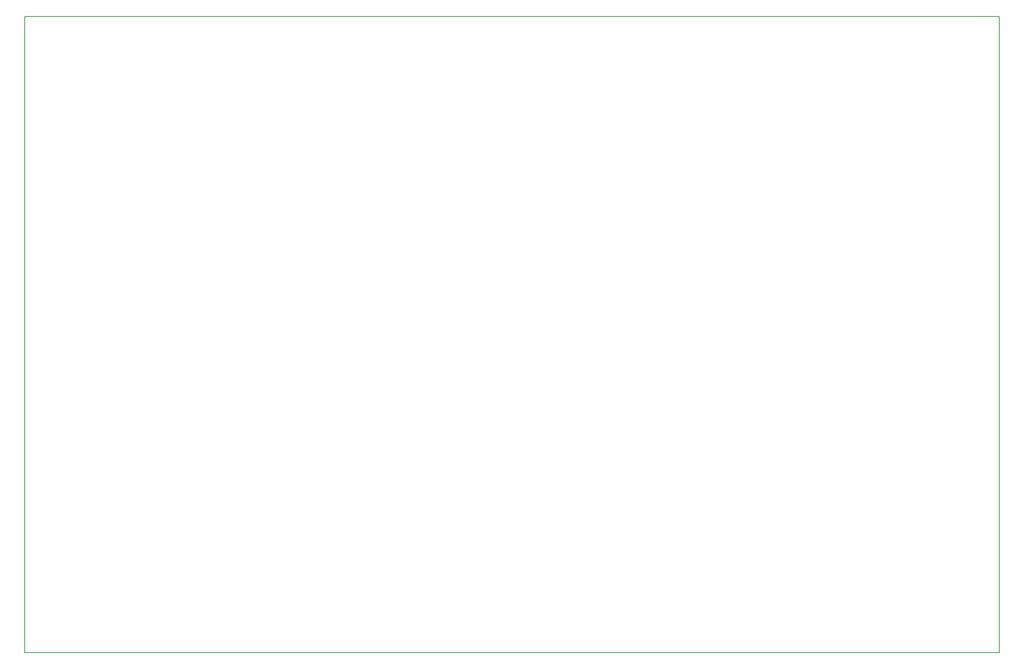
<source format=gbo>
G04 MADE WITH FRITZING*
G04 WWW.FRITZING.ORG*
G04 DOUBLE SIDED*
G04 HOLES PLATED*
G04 CONTOUR ON CENTER OF CONTOUR VECTOR*
%ASAXBY*%
%FSLAX23Y23*%
%MOIN*%
%OFA0B0*%
%SFA1.0B1.0*%
%ADD10R,8.680360X5.675950X8.664360X5.659950*%
%ADD11C,0.008000*%
%LNSILK0*%
G90*
G70*
G54D11*
X4Y5672D02*
X8676Y5672D01*
X8676Y4D01*
X4Y4D01*
X4Y5672D01*
D02*
G04 End of Silk0*
M02*
</source>
